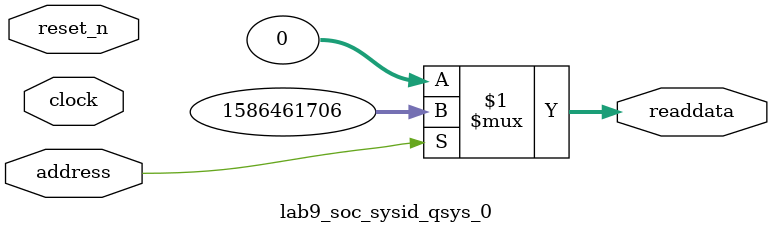
<source format=v>



// synthesis translate_off
`timescale 1ns / 1ps
// synthesis translate_on

// turn off superfluous verilog processor warnings 
// altera message_level Level1 
// altera message_off 10034 10035 10036 10037 10230 10240 10030 

module lab9_soc_sysid_qsys_0 (
               // inputs:
                address,
                clock,
                reset_n,

               // outputs:
                readdata
             )
;

  output  [ 31: 0] readdata;
  input            address;
  input            clock;
  input            reset_n;

  wire    [ 31: 0] readdata;
  //control_slave, which is an e_avalon_slave
  assign readdata = address ? 1586461706 : 0;

endmodule



</source>
